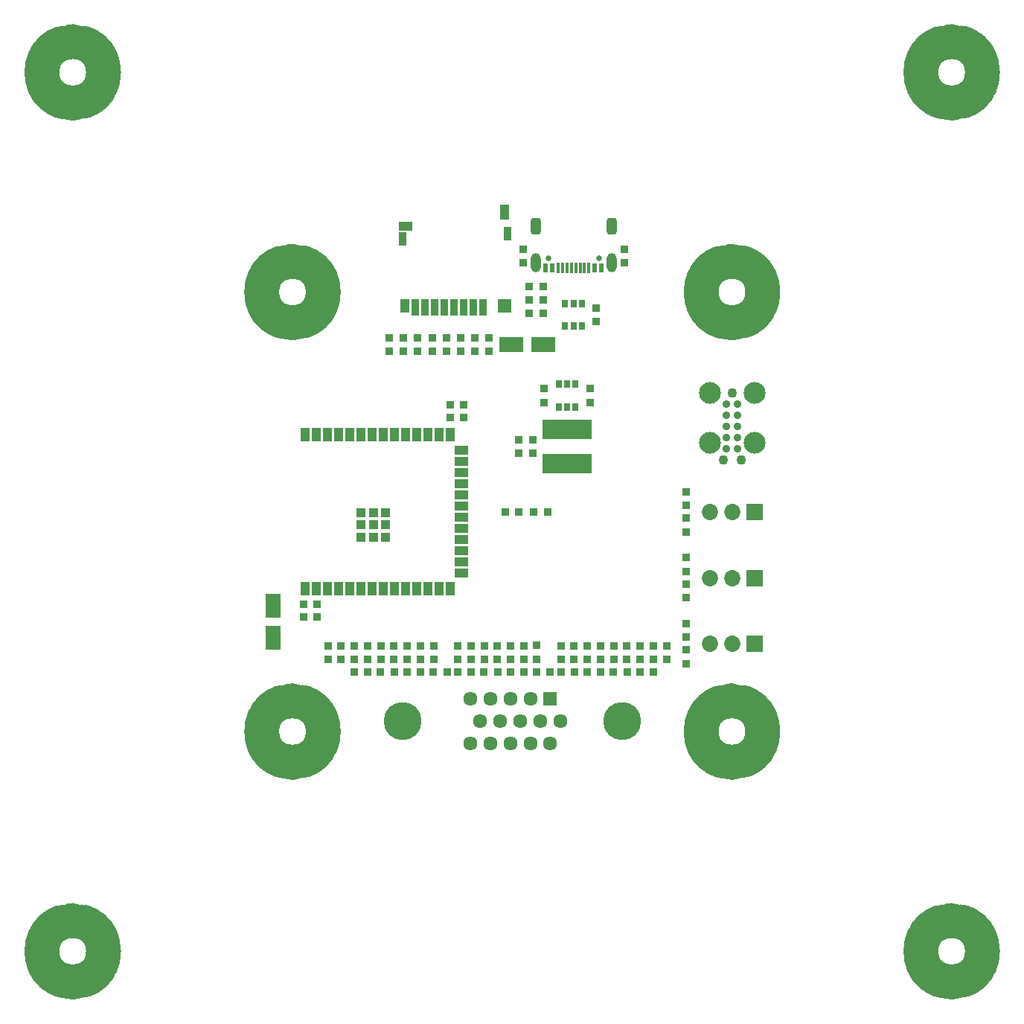
<source format=gts>
G04*
G04 #@! TF.GenerationSoftware,Altium Limited,Altium Designer,22.2.1 (43)*
G04*
G04 Layer_Color=8388736*
%FSLAX25Y25*%
%MOIN*%
G70*
G04*
G04 #@! TF.SameCoordinates,6F0AF130-F76F-4113-A5DE-7D687C79F967*
G04*
G04*
G04 #@! TF.FilePolarity,Negative*
G04*
G01*
G75*
%ADD37C,0.15748*%
%ADD38C,0.03500*%
%ADD39R,0.03747X0.03550*%
%ADD40R,0.03550X0.03747*%
%ADD41R,0.02762X0.03747*%
%ADD42R,0.22054X0.08865*%
%ADD43R,0.06699X0.10636*%
%ADD44R,0.10636X0.06699*%
%ADD45R,0.03943X0.06306*%
%ADD46R,0.06306X0.03943*%
%ADD47R,0.03943X0.03943*%
%ADD48R,0.03550X0.07290*%
%ADD49R,0.04337X0.06306*%
%ADD50R,0.06306X0.06306*%
%ADD51R,0.03550X0.06306*%
%ADD52R,0.05945X0.04173*%
%ADD53R,0.03550X0.05912*%
%ADD54R,0.04337X0.06502*%
%ADD55R,0.02402X0.04173*%
%ADD56R,0.01221X0.04764*%
%ADD57C,0.07290*%
%ADD58R,0.07290X0.07290*%
%ADD59C,0.09750*%
%ADD60C,0.04300*%
%ADD61C,0.06337*%
%ADD62C,0.16998*%
%ADD63R,0.06337X0.06337*%
G04:AMPARAMS|DCode=64|XSize=74.87mil|YSize=43.37mil|CornerRadius=11.84mil|HoleSize=0mil|Usage=FLASHONLY|Rotation=270.000|XOffset=0mil|YOffset=0mil|HoleType=Round|Shape=RoundedRectangle|*
%AMROUNDEDRECTD64*
21,1,0.07487,0.01968,0,0,270.0*
21,1,0.05118,0.04337,0,0,270.0*
1,1,0.02368,-0.00984,-0.02559*
1,1,0.02368,-0.00984,0.02559*
1,1,0.02368,0.00984,0.02559*
1,1,0.02368,0.00984,-0.02559*
%
%ADD64ROUNDEDRECTD64*%
%ADD65O,0.04337X0.08668*%
%ADD66C,0.02677*%
D37*
X112106Y98425D02*
G03*
X112106Y98425I-13780J0D01*
G01*
X210531Y-196850D02*
G03*
X210531Y-196850I-13780J0D01*
G01*
X112106Y-98425D02*
G03*
X112106Y-98425I-13780J0D01*
G01*
X210531Y196850D02*
G03*
X210531Y196850I-13780J0D01*
G01*
X-183169Y196850D02*
G03*
X-183169Y196850I-13780J0D01*
G01*
X-84744Y98425D02*
G03*
X-84744Y98425I-13780J0D01*
G01*
Y-98425D02*
G03*
X-84744Y-98425I-13780J0D01*
G01*
X-183169Y-196850D02*
G03*
X-183169Y-196850I-13780J0D01*
G01*
D38*
X100925Y48386D02*
D03*
Y43386D02*
D03*
Y38386D02*
D03*
Y33386D02*
D03*
Y28386D02*
D03*
X95925D02*
D03*
Y33386D02*
D03*
Y38386D02*
D03*
Y43386D02*
D03*
Y48386D02*
D03*
D39*
X77854Y8957D02*
D03*
Y2854D02*
D03*
Y-2854D02*
D03*
Y-8957D02*
D03*
Y-20571D02*
D03*
Y-26673D02*
D03*
Y-32382D02*
D03*
Y-38484D02*
D03*
Y-50098D02*
D03*
Y-56201D02*
D03*
Y-61910D02*
D03*
Y-68012D02*
D03*
X34744Y49016D02*
D03*
Y55118D02*
D03*
X14272D02*
D03*
Y49016D02*
D03*
X9154Y26181D02*
D03*
Y32283D02*
D03*
X2854Y26181D02*
D03*
Y32283D02*
D03*
X4724Y111516D02*
D03*
Y117618D02*
D03*
X51279Y-59941D02*
D03*
Y-66043D02*
D03*
X-55118Y71752D02*
D03*
Y77854D02*
D03*
X68996Y-66043D02*
D03*
Y-59941D02*
D03*
X57185Y-59941D02*
D03*
Y-66043D02*
D03*
X-36029Y71752D02*
D03*
Y77854D02*
D03*
X-42397Y71752D02*
D03*
Y77854D02*
D03*
X-48766Y71752D02*
D03*
Y77854D02*
D03*
X-10554Y71752D02*
D03*
Y77854D02*
D03*
X-16922Y71752D02*
D03*
Y77854D02*
D03*
X-23291Y71752D02*
D03*
Y77854D02*
D03*
X10925Y-59842D02*
D03*
Y-65945D02*
D03*
X-24508Y-66043D02*
D03*
Y-59941D02*
D03*
X5020Y-66043D02*
D03*
Y-59941D02*
D03*
X-886Y-66043D02*
D03*
Y-59941D02*
D03*
X-6791Y-66043D02*
D03*
Y-59941D02*
D03*
X-12697Y-66043D02*
D03*
Y-59941D02*
D03*
X-18602Y-66043D02*
D03*
Y-59941D02*
D03*
X63090Y-66043D02*
D03*
Y-59941D02*
D03*
X21752Y-66043D02*
D03*
Y-59941D02*
D03*
X45374Y-66043D02*
D03*
Y-59941D02*
D03*
X39469Y-66043D02*
D03*
Y-59941D02*
D03*
X33563Y-66043D02*
D03*
Y-59941D02*
D03*
X27559Y-66043D02*
D03*
Y-59941D02*
D03*
X-35335D02*
D03*
Y-66043D02*
D03*
X-70768D02*
D03*
Y-59941D02*
D03*
X-82677Y-59941D02*
D03*
Y-66043D02*
D03*
X-41240Y-66043D02*
D03*
Y-59941D02*
D03*
X-47146Y-66043D02*
D03*
Y-59941D02*
D03*
X-53051Y-66043D02*
D03*
Y-59941D02*
D03*
X-58957Y-66043D02*
D03*
Y-59941D02*
D03*
X-64862Y-66043D02*
D03*
Y-59941D02*
D03*
X50000Y117618D02*
D03*
Y111516D02*
D03*
X-29660Y71752D02*
D03*
Y77854D02*
D03*
X-76772Y-66043D02*
D03*
Y-59941D02*
D03*
X37402Y91240D02*
D03*
Y85138D02*
D03*
D40*
X-3150Y0D02*
D03*
X2953D02*
D03*
X15650D02*
D03*
X9547D02*
D03*
X21654Y-71850D02*
D03*
X27756D02*
D03*
X33465D02*
D03*
X39567D02*
D03*
X16929Y-71850D02*
D03*
X10827D02*
D03*
X5118D02*
D03*
X-984D02*
D03*
X-6693D02*
D03*
X-12795D02*
D03*
X-18504D02*
D03*
X-24606D02*
D03*
X63189Y-71850D02*
D03*
X57087D02*
D03*
X51378D02*
D03*
X45276D02*
D03*
X-21752Y48031D02*
D03*
X-27854D02*
D03*
Y42126D02*
D03*
X-21752D02*
D03*
X-29331Y-71850D02*
D03*
X-35433D02*
D03*
X-41142D02*
D03*
X-47244D02*
D03*
X-52953D02*
D03*
X-59055D02*
D03*
X-64764D02*
D03*
X-70866D02*
D03*
X7579Y94882D02*
D03*
X13681D02*
D03*
X-93602Y-47244D02*
D03*
X-87500D02*
D03*
X-93602Y-41339D02*
D03*
X-87500D02*
D03*
X13681Y88976D02*
D03*
X7579D02*
D03*
Y100787D02*
D03*
X13681D02*
D03*
D41*
X31102Y83169D02*
D03*
X27362D02*
D03*
X23622D02*
D03*
Y93209D02*
D03*
X27362D02*
D03*
X31102D02*
D03*
X28248Y47047D02*
D03*
X24508D02*
D03*
X20768D02*
D03*
Y57087D02*
D03*
X24508D02*
D03*
X28248D02*
D03*
D42*
X24508Y36890D02*
D03*
Y21732D02*
D03*
D43*
X-107283Y-42126D02*
D03*
Y-56299D02*
D03*
D44*
X-394Y74803D02*
D03*
X13780D02*
D03*
D45*
X-92756Y-34449D02*
D03*
X-87756D02*
D03*
X-82756D02*
D03*
X-77756D02*
D03*
X-72756D02*
D03*
X-67756D02*
D03*
X-62756D02*
D03*
X-57756D02*
D03*
X-52756D02*
D03*
X-47756D02*
D03*
X-42756D02*
D03*
X-37756D02*
D03*
X-32756D02*
D03*
X-27756D02*
D03*
Y34449D02*
D03*
X-32756D02*
D03*
X-37756D02*
D03*
X-42756D02*
D03*
X-47756D02*
D03*
X-52756D02*
D03*
X-57756D02*
D03*
X-62756D02*
D03*
X-67756D02*
D03*
X-72756D02*
D03*
X-77756D02*
D03*
X-82756D02*
D03*
X-87756D02*
D03*
X-92756D02*
D03*
D46*
X-22835Y-27500D02*
D03*
Y-22500D02*
D03*
Y-17500D02*
D03*
Y-12500D02*
D03*
Y-7500D02*
D03*
Y-2500D02*
D03*
Y2500D02*
D03*
Y7500D02*
D03*
Y12500D02*
D03*
Y17500D02*
D03*
Y22500D02*
D03*
Y27500D02*
D03*
D47*
X-62362Y-5906D02*
D03*
X-67874D02*
D03*
Y-11417D02*
D03*
X-62362D02*
D03*
X-56850D02*
D03*
Y-5906D02*
D03*
Y-394D02*
D03*
X-62362D02*
D03*
X-67874D02*
D03*
D48*
X-43406Y91732D02*
D03*
X-39075D02*
D03*
X-34744D02*
D03*
X-30413D02*
D03*
X-26083D02*
D03*
X-21752D02*
D03*
X-17421D02*
D03*
X-13091D02*
D03*
D49*
X-48130Y92224D02*
D03*
D50*
X-3445D02*
D03*
D51*
X-49114Y122146D02*
D03*
D52*
X-47835Y128051D02*
D03*
D53*
X-2067Y124705D02*
D03*
D54*
X-3642Y134252D02*
D03*
D55*
X39961Y109232D02*
D03*
X14764D02*
D03*
X36811D02*
D03*
X17913D02*
D03*
D56*
X26378D02*
D03*
X28346D02*
D03*
X24409D02*
D03*
X22441D02*
D03*
X20472D02*
D03*
X30315D02*
D03*
X32283D02*
D03*
X34252D02*
D03*
D57*
X98425Y-59252D02*
D03*
X88425D02*
D03*
X98425Y0D02*
D03*
X88425D02*
D03*
X98425Y-29626D02*
D03*
X88425D02*
D03*
D58*
X108425Y-59252D02*
D03*
Y0D02*
D03*
Y-29626D02*
D03*
D59*
X88425Y30886D02*
D03*
Y53386D02*
D03*
X108425Y30886D02*
D03*
Y53386D02*
D03*
D60*
X94429Y23386D02*
D03*
X102421D02*
D03*
X98425Y53386D02*
D03*
D61*
X-18937Y-103839D02*
D03*
X-9961D02*
D03*
X-984D02*
D03*
X7992D02*
D03*
X16969D02*
D03*
X-14449Y-93839D02*
D03*
X-5472D02*
D03*
X3504D02*
D03*
X12480D02*
D03*
X21457D02*
D03*
X-18937Y-83839D02*
D03*
X-9961D02*
D03*
X-984D02*
D03*
X7992D02*
D03*
D62*
X49213Y-93839D02*
D03*
X-49173D02*
D03*
D63*
X16969Y-83839D02*
D03*
D64*
X44370Y127953D02*
D03*
X10354D02*
D03*
D65*
X44370Y111496D02*
D03*
X10354D02*
D03*
D66*
X15984Y113465D02*
D03*
X38740D02*
D03*
M02*

</source>
